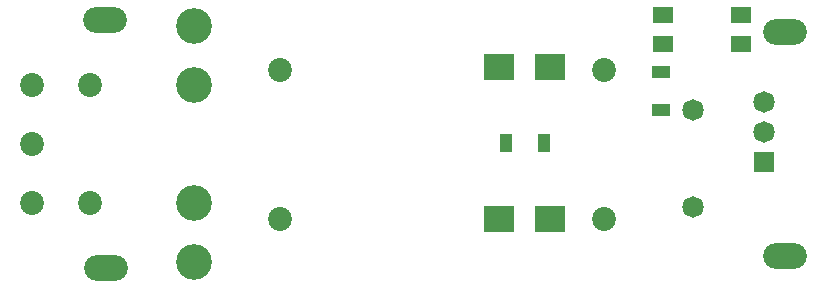
<source format=gbs>
G04*
G04 #@! TF.GenerationSoftware,Altium Limited,Altium Designer,22.10.1 (41)*
G04*
G04 Layer_Color=16711935*
%FSLAX44Y44*%
%MOMM*%
G71*
G04*
G04 #@! TF.SameCoordinates,AEFCC64F-A21F-44B2-B13A-618CF61525BC*
G04*
G04*
G04 #@! TF.FilePolarity,Negative*
G04*
G01*
G75*
%ADD12R,1.8200X1.8200*%
%ADD13C,1.8200*%
%ADD14O,3.7032X2.2032*%
%ADD15C,2.0200*%
%ADD16C,3.0200*%
%ADD34R,1.0200X1.6200*%
%ADD35R,2.5200X2.3200*%
%ADD36R,1.6200X1.0200*%
%ADD37R,1.8200X1.4700*%
D12*
X652600Y109700D02*
D03*
D13*
Y135100D02*
D03*
Y160500D02*
D03*
X592400Y153700D02*
D03*
Y71700D02*
D03*
D14*
X670000Y220000D02*
D03*
Y30000D02*
D03*
X95300Y20000D02*
D03*
X95000Y230000D02*
D03*
D15*
X242500Y188000D02*
D03*
X517500D02*
D03*
X82000Y75100D02*
D03*
Y175100D02*
D03*
X32500D02*
D03*
Y75100D02*
D03*
Y125100D02*
D03*
X242500Y62000D02*
D03*
X517500D02*
D03*
D16*
X170000Y25000D02*
D03*
Y225000D02*
D03*
Y75000D02*
D03*
Y175000D02*
D03*
D34*
X434000Y126100D02*
D03*
X466000D02*
D03*
D35*
X471500Y62000D02*
D03*
X428500D02*
D03*
Y190100D02*
D03*
X471500D02*
D03*
D36*
X565000Y154000D02*
D03*
Y186000D02*
D03*
D37*
X632750Y209450D02*
D03*
X567250D02*
D03*
X632750Y233950D02*
D03*
X567250D02*
D03*
M02*

</source>
